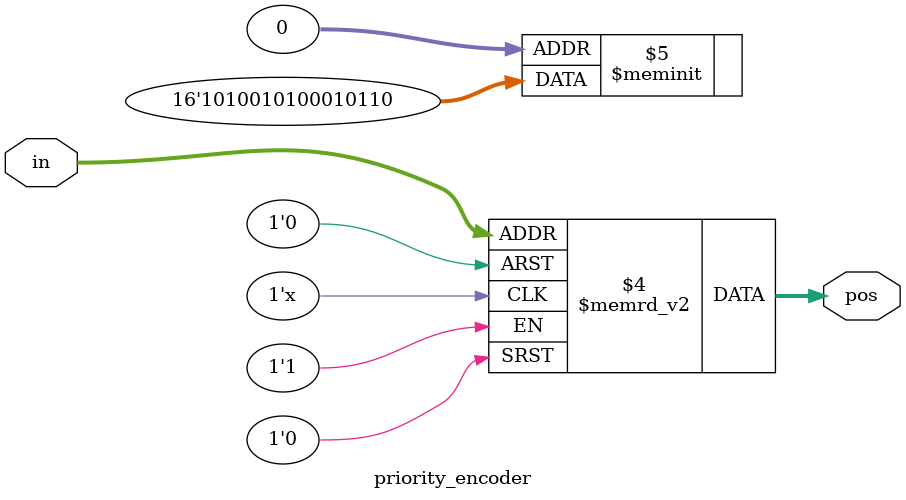
<source format=v>
module priority_encoder( 
input [2:0] in,
output reg [1:0] pos ); 
// When sel=1, assign b to out
// When sel=2, assign a to out
// When sel=3, assign c to out
always@(in)
begin
case (in)
// 3'b000
0: pos = 2'b10;
// 3'b001
1: pos = 2'b01;
// 3'b010
2: pos = 2'b01;
// 3'b011
3: pos = 2'b00;
// 3'b100
4: pos = 2'b01;
// 3'b101
5: pos = 2'b01;
// 3'b110
6: pos = 2'b10;
// 3'b111
7: pos = 2'b10;
// default
default: pos = 2'b00;
endcase
end
endmodule

</source>
